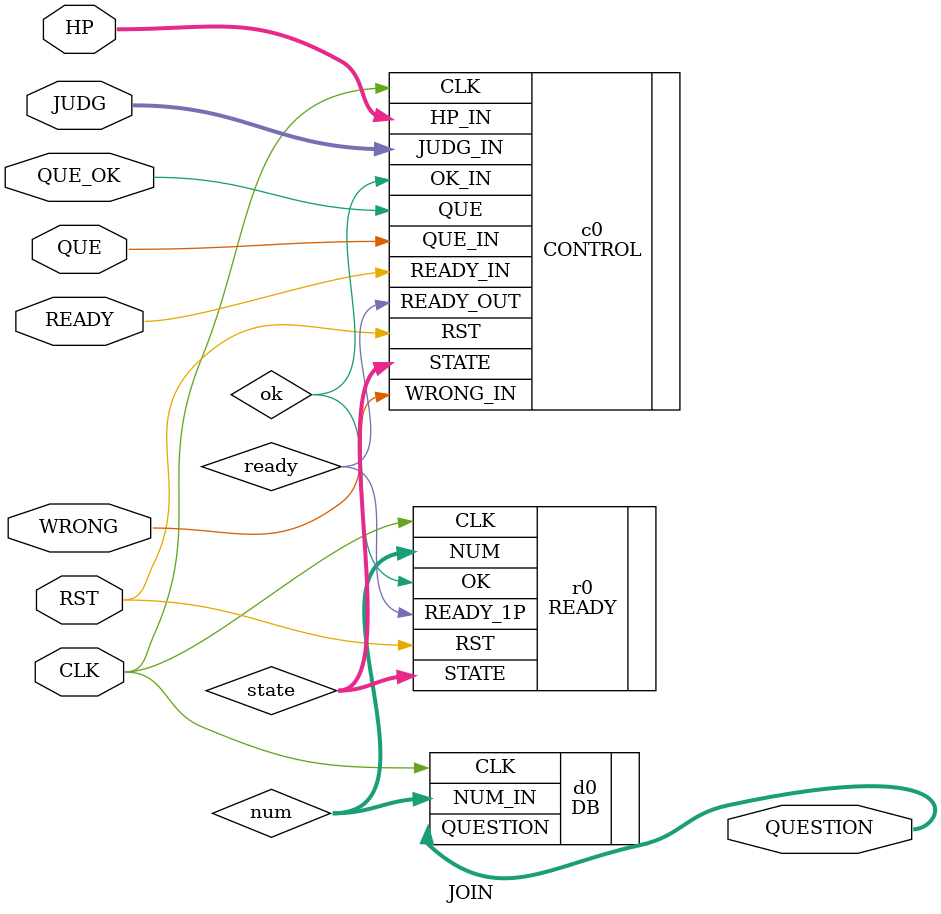
<source format=v>
module JOIN(
    input CLK, RST, READY, QUE, WRONG, QUE_OK,
    input [1:0] JUDG, HP,
    output [23:0] QUESTION
);



wire ready, ok;
wire [3:0] num;
wire [3:0] state;
//wire [23:0] 
CONTROL c0(.CLK(CLK), .RST(RST), .READY_IN(READY), .QUE_IN(QUE), .WRONG_IN(WRONG), .JUDG_IN(JUDG), .HP_IN(HP),
           .QUE(QUE_OK), .OK_IN(ok), .READY_OUT(ready), .STATE(state));

READY r0(.CLK(CLK), .RST(RST), .OK(ok), .STATE(state), .NUM(num), .READY_1P(ready));

DB d0(.CLK(CLK), .NUM_IN(num), .QUESTION(QUESTION)); 

endmodule
</source>
